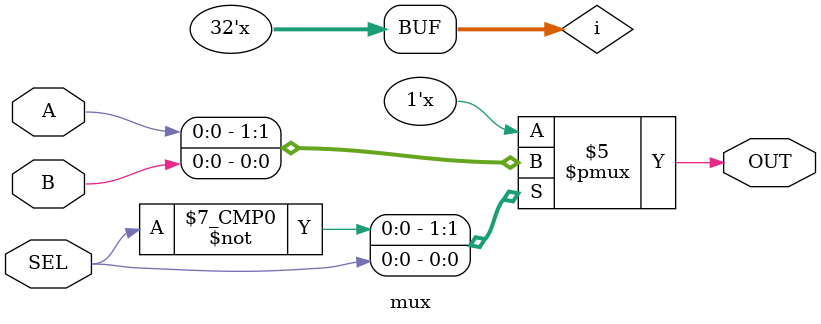
<source format=v>
/***************************************************************************  
 ***                                                                     ***  
 ***    ECE 526L      Adrian Amarilla Gomez, Fall, 2024                  ***  
 ***                                                                     ***  
 ***    LAB7                                                             ***  
 ***                                                                     ***  
 ***************************************************************************  
 ***    Filename: mux.v Created by Adrian, Date 10/27/2024               ***  
 ***    --- Code documentation - 10/27/2024 ---                          ***  
 ***************************************************************************  
 ***    -Scalable Mux                                                    ***
 ***************************************************************************/

`timescale 1ns/1ns

// Scalable module
module mux(A, B, SEL, OUT);
parameter size = 1;
//Scalable Input sizes
input [(size-1):0] A;
input [(size-1):0] B;
//SEL remains the same as it will still be a 2:1 MUX
input SEL; 
//Scalable output size
output reg [(size-1):0] OUT;
//Auxiliar variable for the loop iterations.
integer i;
// Procedural block containing the mux behavioral code
always @(A, B, SEL) begin
    case(SEL)
        1'b0:   OUT = A; //When case = 0, Output is A
        1'b1:   OUT = B; //When case = 1, Output is B
        default : begin
            //When SEL is undefined, we need to drive to 1 or 0
            // the coincident A and B bits, to X the different.
            for (i = 0; i < size; i = i + 1 ) begin
                OUT[i] = (A[i] ~^ B[i]) ? A[i] : 1'bx;
                //In this way, we avoid comparision with 'x'
            end
        end
    endcase
end
endmodule
</source>
